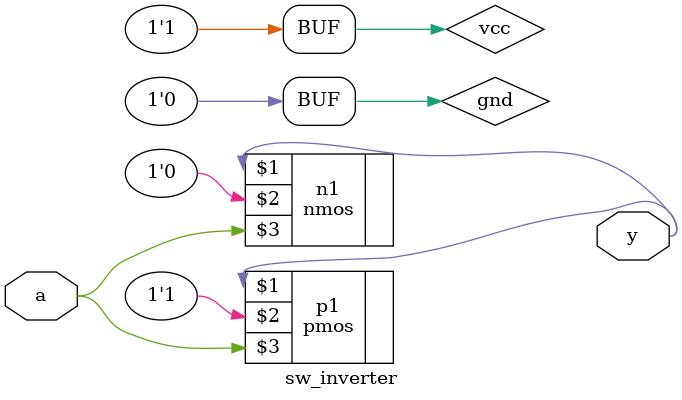
<source format=v>
module sw_inverter(y,a);
input a;
output y;
supply1 vcc;
supply0 gnd;
nmos n1(y,gnd,a);
pmos p1(y,vcc,a);
endmodule

</source>
